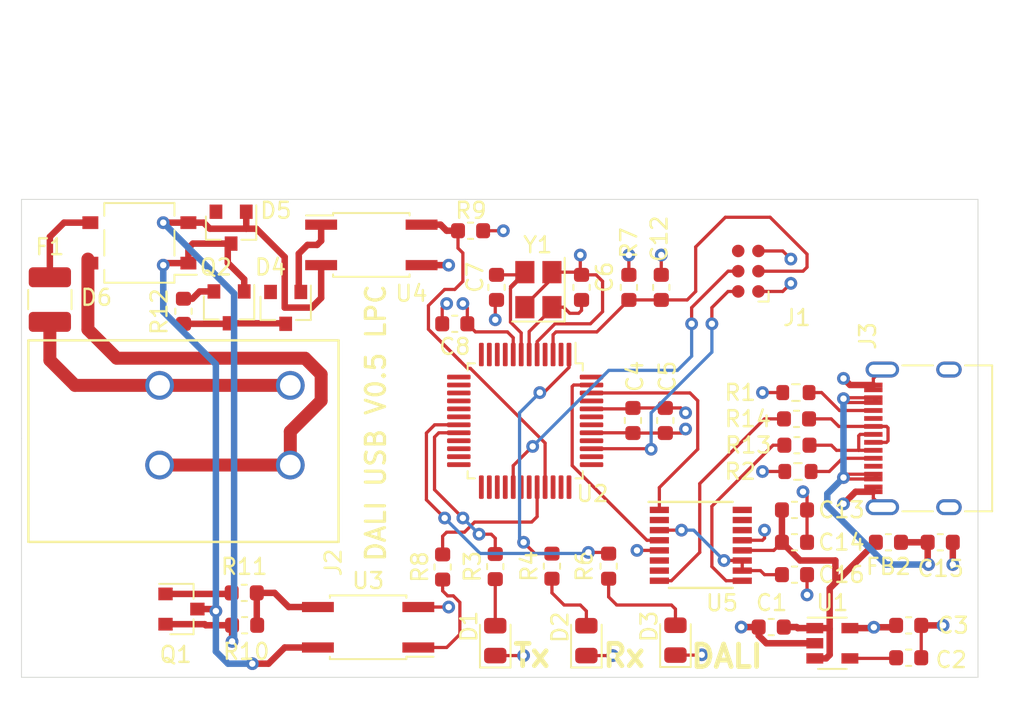
<source format=kicad_pcb>
(kicad_pcb (version 20211014) (generator pcbnew)
  (layers (0 "F.Cu" signal) (1 "In1.Cu" power) (2 "In2.Cu" power) (31 "B.Cu" signal) (34 "B.Paste" user) (35 "F.Paste" user) (36 "B.SilkS" user "B.Silkscreen") (37 "F.SilkS" user "F.Silkscreen") (38 "B.Mask" user) (39 "F.Mask" user) (44 "Edge.Cuts" user))
  (net 0 "")
  (net 1 "+5V")
  (net 2 "GND")
  (net 3 "+3V3")
  (net 4 "\\RESET")
  (net 5 "Net-(C15-Pad1)")
  (net 6 "Net-(C16-Pad1)")
  (net 7 "Net-(D1-Pad2)")
  (net 8 "Net-(D5-Pad2)")
  (net 9 "Net-(D5-Pad1)")
  (net 10 "Net-(F1-Pad2)")
  (net 11 "Net-(R4-Pad1)")
  (net 12 "SWCLK")
  (net 13 "SWDIO")
  (net 14 "Net-(Q1-Pad1)")
  (net 15 "Net-(Q2-Pad2)")
  (net 16 "OSC_IN")
  (net 17 "OSC_OUT")
  (net 18 "DALI_TX")
  (net 19 "DALI_RX")
  (net 20 "Net-(R6-Pad1)")
  (net 21 "UART_RX")
  (net 22 "UART_TX")
  (net 24 "Net-(J3-PadA5)")
  (net 25 "Net-(R14-Pad2)")
  (net 26 "Net-(R13-Pad2)")
  (net 28 "LED_RX")
  (net 29 "LED_TX")
  (net 30 "LED_DALI")
  (net 31 "Net-(J3-PadB5)")
  (net 32 "Net-(C2-Pad1)")
  (net 33 "Net-(D4-Pad1)")
  (net 34 "Net-(D4-Pad2)")
  (net 35 "Net-(D6-Pad4)")
  (net 36 "Net-(D6-Pad3)")
  (net 37 "Net-(R8-Pad1)")
  (net 38 "Net-(R10-Pad1)")
  (net 40 "Net-(U5-Pad9)")
  (net 41 "Net-(U5-Pad8)")
  (footprint "Capacitor_SMD:C_0603_1608Metric" (layer "F.Cu") (at 145.2119 86.902193)
    (fp_text reference "C2")
    (fp_text value "10n")
  )
  (footprint "Capacitor_SMD:C_0603_1608Metric" (layer "F.Cu") (at 145.2119 84.870193)
    (fp_text reference "C3")
    (fp_text value "100n")
  )
  (footprint "Capacitor_SMD:C_0603_1608Metric" (layer "F.Cu") (at 129.9464 72.0089 -90)
    (fp_text reference "C5")
    (fp_text value "100n")
  )
  (footprint "Capacitor_SMD:C_0603_1608Metric" (layer "F.Cu") (at 124.6904 63.6524 90)
    (fp_text reference "C6")
    (fp_text value "18p")
  )
  (footprint "Capacitor_SMD:C_0603_1608Metric" (layer "F.Cu") (at 119.3564 63.6524 -90)
    (fp_text reference "C7")
    (fp_text value "18p")
  )
  (footprint "Capacitor_SMD:C_0603_1608Metric" (layer "F.Cu") (at 116.7384 65.9384 180)
    (fp_text reference "C8")
    (fp_text value "100n")
  )
  (footprint "Capacitor_SMD:C_0603_1608Metric" (layer "F.Cu") (at 129.6924 63.6524 90)
    (fp_text reference "C12")
    (fp_text value "100n")
  )
  (footprint "Capacitor_SMD:C_0603_1608Metric" (layer "F.Cu") (at 138.0489 77.6224)
    (fp_text reference "C13")
    (fp_text value "100n")
  )
  (footprint "Capacitor_SMD:C_0603_1608Metric" (layer "F.Cu") (at 138.0489 79.6544)
    (fp_text reference "C14")
    (fp_text value "4.7u")
  )
  (footprint "Capacitor_SMD:C_0603_1608Metric" (layer "F.Cu") (at 147.1929 79.6544)
    (fp_text reference "C15")
    (fp_text value "10n")
  )
  (footprint "Diode_SMD:D_SOT-23_ANK" (layer "F.Cu") (at 102.7074 59.9034 -90)
    (fp_text reference "D5")
    (fp_text value "BZX84C30")
  )
  (footprint "Package_TO_SOT_SMD:TO-269AA" (layer "F.Cu") (at 96.9534 60.8584 180)
    (fp_text reference "D6")
    (fp_text value "MB10S")
  )
  (footprint "Resistor_SMD:R_0603_1608Metric" (layer "F.Cu") (at 143.9419 79.6544)
    (fp_text reference "FB2")
    (fp_text value "300R @ 100 MHz")
  )
  (footprint "Resistor_SMD:R_0603_1608Metric" (layer "F.Cu") (at 119.2784 81.1784 90)
    (fp_text reference "R3")
    (fp_text value "120R")
  )
  (footprint "Resistor_SMD:R_0603_1608Metric" (layer "F.Cu") (at 122.8344 81.1529 90)
    (fp_text reference "R4")
    (fp_text value "120R")
  )
  (footprint "Resistor_SMD:R_0603_1608Metric" (layer "F.Cu") (at 117.7289 60.0964 180)
    (fp_text reference "R9")
    (fp_text value "5k1")
  )
  (footprint "Resistor_SMD:R_0603_1608Metric" (layer "F.Cu") (at 99.7204 65.1509 -90)
    (fp_text reference "R12")
    (fp_text value "1k")
  )
  (footprint "Resistor_SMD:R_0603_1608Metric" (layer "F.Cu") (at 138.2014 73.5584)
    (fp_text reference "R13")
    (fp_text value "27R")
  )
  (footprint "Resistor_SMD:R_0603_1608Metric" (layer "F.Cu") (at 138.1759 71.9074)
    (fp_text reference "R14")
    (fp_text value "27R")
  )
  (footprint "Package_TO_SOT_SMD:SOT-23-5" (layer "F.Cu") (at 140.424244 85.992355)
    (fp_text reference "U1")
    (fp_text value "LD3985")
  )
  (footprint "Package_SO:SO-4_4.4x3.6mm_P2.54mm" (layer "F.Cu") (at 111.5064 60.9854)
    (fp_text reference "U4")
    (fp_text value "LTV-357T")
  )
  (footprint "Package_SO:SSOP-16_3.9x4.9mm_P0.635mm" (layer "F.Cu") (at 132.1724 79.8449)
    (fp_text reference "U5")
    (fp_text value "FT230XS")
  )
  (footprint "Fuse:Fuse_1210_3225Metric" (layer "F.Cu") (at 91.3384 64.4174 -90)
    (fp_text reference "F1")
    (fp_text value "300mA")
  )
  (footprint "Package_TO_SOT_SMD:SOT-23" (layer "F.Cu") (at 102.5804 64.9064 -90)
    (fp_text reference "Q2")
    (fp_text value "MMBF4391")
  )
  (footprint "MountingHole:MountingHole_3.5mm" (layer "F.Cu") (at 93.5604 84.1304)
    (fp_text reference "H1" hide)
    (fp_text value "3.5")
  )
  (footprint "MountingHole:MountingHole_3.5mm" (layer "F.Cu") (at 145.5604 62.1304)
    (fp_text reference "H2" hide)
    (fp_text value "3.5")
  )
  (footprint "Connector:Tag-Connect_TC2030-IDC-NL_2x03_P1.27mm_Vertical" (layer "F.Cu") (at 135.1534 62.6364 90)
    (fp_text reference "J1")
    (fp_text value "Tag_Connect" hide)
  )
  (footprint "Resistor_SMD:R_0603_1608Metric" (layer "F.Cu") (at 126.3904 81.1529 90)
    (fp_text reference "R6")
    (fp_text value "120R")
  )
  (footprint "Resistor_SMD:R_0603_1608Metric" (layer "F.Cu") (at 127.6604 63.6524 -90)
    (fp_text reference "R7")
    (fp_text value "10k")
  )
  (footprint "Capacitor_SMD:C_0603_1608Metric" (layer "F.Cu") (at 138.0489 81.6864)
    (fp_text reference "C16")
    (fp_text value "100n")
  )
  (footprint "Capacitor_SMD:C_0603_1608Metric" (layer "F.Cu") (at 136.588744 84.976355 180)
    (fp_text reference "C1")
    (fp_text value "100n")
  )
  (footprint "Capacitor_SMD:C_0603_1608Metric" (layer "F.Cu") (at 127.9144 72.0089 -90)
    (fp_text reference "C4")
    (fp_text value "4.7u")
  )
  (footprint "Diode_SMD:D_SOT-23_ANK" (layer "F.Cu") (at 106.1314 64.9384 -90)
    (fp_text reference "D4")
    (fp_text value "BZX84C6V8")
  )
  (footprint "Resistor_SMD:R_0603_1608Metric" (layer "F.Cu") (at 115.9764 81.2039 90)
    (fp_text reference "R8")
    (fp_text value "220R")
  )
  (footprint "Package_SO:SO-4_4.4x3.6mm_P2.54mm" (layer "F.Cu") (at 111.3024 84.9884 180)
    (fp_text reference "U3")
    (fp_text value "LTV-357T")
  )
  (footprint "DALI_USB V0:2604-1102" (layer "F.Cu") (at 106.4216 69.804403 -90)
    (fp_text reference "J2")
    (fp_text value "2604-1102" hide)
  )
  (footprint "Package_TO_SOT_SMD:SOT-23" (layer "F.Cu") (at 99.5934 83.8454)
    (fp_text reference "Q1")
    (fp_text value "MMBT2222A")
  )
  (footprint "Resistor_SMD:R_0603_1608Metric" (layer "F.Cu") (at 103.5559 84.8614 180)
    (fp_text reference "R10")
    (fp_text value "1k")
  )
  (footprint "Resistor_SMD:R_0603_1608Metric" (layer "F.Cu") (at 103.5304 82.8294)
    (fp_text reference "R11")
    (fp_text value "10R")
  )
  (footprint "Crystal:Crystal_SMD_TXC_7M-4Pin_3.2x2.5mm" (layer "F.Cu") (at 121.9844 63.7969 90)
    (fp_text reference "Y1")
    (fp_text value "12MHz")
  )
  (footprint "LED_SMD:LED_0805_2012Metric" (layer "F.Cu") (at 124.9934 85.8289 90)
    (fp_text reference "D2")
    (fp_text value "LED green")
  )
  (footprint "LED_SMD:LED_0805_2012Metric" (layer "F.Cu") (at 119.2784 85.8289 90)
    (fp_text reference "D1")
    (fp_text value "LED green")
  )
  (footprint "Package_QFP:LQFP-48_7x7mm_P0.5mm" (layer "F.Cu") (at 121.1549 72.0304 -90)
    (fp_text reference "U2")
    (fp_text value "LPC1114FBD48-333")
  )
  (footprint "Connector_USB:USB_C_Receptacle_XKB_U262-16XN-4BVC11" (layer "F.Cu") (at 146.6654 73.1304 90)
    (fp_text reference "J3")
    (fp_text value "USB_C_Receptacle_USB2.0")
  )
  (footprint "LED_SMD:LED_0805_2012Metric" (layer "F.Cu") (at 130.5814 85.7989 90)
    (fp_text reference "D3")
    (fp_text value "LED green")
  )
  (footprint "Resistor_SMD:R_0603_1608Metric" (layer "F.Cu") (at 138.2654 75.2094 180)
    (fp_text reference "R2")
    (fp_text value "5k1")
  )
  (footprint "Resistor_SMD:R_0603_1608Metric" (layer "F.Cu") (at 138.1384 70.2564)
    (fp_text reference "R1")
    (fp_text value "5k1")
  )
  (gr_line (start 89.5604 88.1304) (end 149.5604 88.1304) (layer "Edge.Cuts") (width 0.05))
  (gr_line (start 89.5604 73.1304) (end 89.5604 58.1304) (layer "Edge.Cuts") (width 0.05))
  (gr_line (start 89.5604 58.1304) (end 149.5604 58.1304) (layer "Edge.Cuts") (width 0.05))
  (gr_line (start 149.5604 58.1304) (end 149.5604 88.1304) (layer "Edge.Cuts") (width 0.05))
  (gr_line (start 89.5604 73.1304) (end 89.5604 88.1304) (layer "Edge.Cuts") (width 0.05))
  (gr_text "Tx" (at 121.5644 86.7664) (layer "F.SilkS") (effects (font (size 1.4 1.4) (thickness 0.3))))
  (gr_text "DALI USB V0.5 LPC" (at 111.7854 72.1614 90) (layer "F.SilkS") (effects (font (size 1.2 1.2) (thickness 0.2))))
  (gr_text "DALI" (at 133.8072 86.8172) (layer "F.SilkS") (effects (font (size 1.4 1.4) (thickness 0.3))))
  (gr_text "Rx" (at 127.3556 86.7664) (layer "F.SilkS") (effects (font (size 1.4 1.4) (thickness 0.3))))
  (segment (start 140.207465 85.042355) (end 140.256955 85.091845) (width 0.4064) (layer "F.Cu") (net 1))
  (segment (start 134.7724 80.1624) (end 136.7534 80.1624) (width 0.2032) (layer "F.Cu") (net 1))
  (segment (start 138.189355 84.976355) (end 138.255355 85.042355) (width 0.4064) (layer "F.Cu") (net 1))
  (segment (start 140.256955 85.091845) (end 140.256955 86.720066) (width 0.4064) (layer "F.Cu") (net 1))
  (segment (start 140.034666 86.942355) (end 139.324244 86.942355) (width 0.4064) (layer "F.Cu") (net 1))
  (segment (start 137.376244 84.976355) (end 138.189355 84.976355) (width 0.4064) (layer "F.Cu") (net 1))
  (segment (start 137.2614 77.6224) (end 137.2614 79.6544) (width 0.4064) (layer "F.Cu") (net 1))
  (segment (start 140.256955 82.551845) (end 143.1544 79.6544) (width 0.4064) (layer "F.Cu") (net 1))
  (segment (start 140.256955 82.551845) (end 140.256955 85.091845) (width 0.4064) (layer "F.Cu") (net 1))
  (segment (start 138.255355 85.042355) (end 139.324244 85.042355) (width 0.4064) (layer "F.Cu") (net 1))
  (segment (start 137.2614 79.6544) (end 138.4044 80.7974) (width 0.4064) (layer "F.Cu") (net 1))
  (segment (start 136.7534 80.1624) (end 137.2614 79.6544) (width 0.2032) (layer "F.Cu") (net 1))
  (segment (start 139.324244 85.042355) (end 140.207465 85.042355) (width 0.4064) (layer "F.Cu") (net 1))
  (segment (start 138.4044 80.7974) (end 140.6144 80.7974) (width 0.4064) (layer "F.Cu") (net 1))
  (segment (start 140.6144 80.7974) (end 140.6144 82.1944) (width 0.4064) (layer "F.Cu") (net 1))
  (segment (start 140.256955 86.720066) (end 140.034666 86.942355) (width 0.4064) (layer "F.Cu") (net 1))
  (segment (start 121.1344 64.7969) (end 122.8344 63.0969) (width 0.2032) (layer "F.Cu") (net 2))
  (segment (start 138.8364 81.6864) (end 138.8364 82.9564) (width 0.2032) (layer "F.Cu") (net 2))
  (segment (start 126.0094 63.2714) (end 125.6029 62.8649) (width 0.2032) (layer "F.Cu") (net 2))
  (segment (start 135.7884 61.3664) (end 137.3124 61.3664) (width 0.2032) (layer "F.Cu") (net 2))
  (segment (start 119.2784 65.6844) (end 119.2784 64.5179) (width 0.2032) (layer "F.Cu") (net 2))
  (segment (start 125.6029 62.8649) (end 124.6904 62.8649) (width 0.2032) (layer "F.Cu") (net 2))
  (segment (start 135.801244 84.976355) (end 134.709244 84.976355) (width 0.4064) (layer "F.Cu") (net 2))
  (segment (start 116.2304 64.6684) (end 115.9509 64.9479) (width 0.2032) (layer "F.Cu") (net 2))
  (segment (start 121.9049 67.8679) (end 121.9049 67.060368) (width 0.2032) (layer "F.Cu") (net 2))
  (segment (start 115.9509 64.9479) (end 115.9509 65.9384) (width 0.2032) (layer "F.Cu") (net 2))
  (segment (start 129.9464 72.7964) (end 130.9624 72.7964) (width 0.2032) (layer "F.Cu") (net 2))
  (segment (start 142.9954 76.4804) (end 141.8834 76.4804) (width 0.4064) (layer "F.Cu") (net 2))
  (segment (start 145.9994 84.870193) (end 147.3709 84.870193) (width 0.4064) (layer "F.Cu") (net 2))
  (segment (start 136.0424 79.5274) (end 136.1694 79.4004) (width 0.2032) (layer "F.Cu") (net 2))
  (segment (start 128.1684 80.1624) (end 129.5724 80.1624) (width 0.2032) (layer "F.Cu") (net 2))
  (segment (start 129.6924 61.6204) (end 129.6924 62.8649) (width 0.2032) (layer "F.Cu") (net 2))
  (segment (start 121.9049 67.060368) (end 123.026868 65.9384) (width 0.2032) (layer "F.Cu") (net 2))
  (segment (start 134.7724 79.5274) (end 136.0424 79.5274) (width 0.2032) (layer "F.Cu") (net 2))
  (segment (start 126.0094 65.1764) (end 126.0094 63.2714) (width 0.2032) (layer "F.Cu") (net 2))
  (segment (start 147.9804 79.6544) (end 147.9804 81.0514) (width 0.4064) (layer "F.Cu") (net 2))
  (segment (start 141.8834 76.4804) (end 141.1224 77.2414) (width 0.4064) (layer "F.Cu") (net 2))
  (segment (start 130.9624 72.7964) (end 131.2164 72.5424) (width 0.2032) (layer "F.Cu") (net 2))
  (segment (start 125.2474 65.9384) (end 126.0094 65.1764) (width 0.2032) (layer "F.Cu") (net 2))
  (segment (start 125.3174 72.7804) (end 127.8984 72.7804) (width 0.2032) (layer "F.Cu") (net 2))
  (segment (start 135.801244 85.509244) (end 135.801244 84.976355) (width 0.4064) (layer "F.Cu") (net 2))
  (segment (start 121.1344 64.8969) (end 121.1344 64.7969) (width 0.2032) (layer "F.Cu") (net 2))
  (segment (start 114.4524 83.7184) (end 116.3574 83.7184) (width 0.2032) (layer "F.Cu") (net 2))
  (segment (start 141.5354 69.7804) (end 141.1224 69.3674) (width 0.4064) (layer "F.Cu") (net 2))
  (segment (start 124.6124 61.6204) (end 124.6124 62.7869) (width 0.2032) (layer "F.Cu") (net 2))
  (segment (start 124.9934 86.7664) (end 126.6444 86.7664) (width 0.2032) (layer "F.Cu") (net 2))
  (segment (start 122.8344 62.6969) (end 124.5224 62.6969) (width 0.2032) (layer "F.Cu") (net 2))
  (segment (start 136.1694 79.4004) (end 136.1694 78.8924) (width 0.2032) (layer "F.Cu") (net 2))
  (segment (start 137.3124 61.3664) (end 137.8204 61.8744) (width 0.2032) (layer "F.Cu") (net 2))
  (segment (start 138.8364 79.6544) (end 138.8364 77.6224) (width 0.2032) (layer "F.Cu") (net 2))
  (segment (start 119.2784 64.5179) (end 119.3564 64.4399) (width 0.2032) (layer "F.Cu") (net 2))
  (segment (start 132.2116 86.7364) (end 132.2324 86.7156) (width 0.2032) (layer "F.Cu") (net 2))
  (segment (start 137.3134 70.2564) (end 136.0424 70.2564) (width 0.2032) (layer "F.Cu") (net 2))
  (segment (start 136.284355 85.992355) (end 135.801244 85.509244) (width 0.4064) (layer "F.Cu") (net 2))
  (segment (start 137.4404 75.2094) (end 136.0424 75.2094) (width 0.2032) (layer "F.Cu") (net 2))
  (segment (start 138.8364 77.6224) (end 138.8364 76.7334) (width 0.2032) (layer "F.Cu") (net 2))
  (segment (start 142.9954 69.3754) (end 143.5604 68.8104) (width 0.2032) (layer "F.Cu") (net 2))
  (segment (start 124.5224 62.6969) (end 124.6904 62.8649) (width 0.2032) (layer "F.Cu") (net 2))
  (segment (start 130.5814 86.7364) (end 132.2116 86.7364) (width 0.2032) (layer "F.Cu") (net 2))
  (segment (start 121.0564 86.7664) (end 119.2784 86.7664) (width 0.2032) (layer "F.Cu") (net 2))
  (segment (start 123.026868 65.9384) (end 125.2474 65.9384) (width 0.2032) (layer "F.Cu") (net 2))
  (segment (start 145.9994 84.870193) (end 145.9994 86.902193) (width 0.2032) (layer "F.Cu") (net 2))
  (segment (start 142.9954 76.8854) (end 143.5604 77.4504) (width 0.2032) (layer "F.Cu") (net 2))
  (segment (start 138.8364 76.7334) (end 138.5824 76.4794) (width 0.2032) (layer "F.Cu") (net 2))
  (segment (start 142.9954 76.4804) (end 142.9954 76.8854) (width 0.2032) (layer "F.Cu") (net 2))
  (segment (start 127.8984 72.7804) (end 127.9144 72.7964) (width 0.2032) (layer "F.Cu") (net 2))
  (segment (start 127.9144 72.7964) (end 129.9464 72.7964) (width 0.2032) (layer "F.Cu") (net 2))
  (segment (start 114.6564 62.2554) (end 116.3574 62.2554) (width 0.4064) (layer "F.Cu") (net 2))
  (segment (start 122.8344 63.0969) (end 122.8344 62.6969) (width 0.2032) (layer "F.Cu") (net 2))
  (segment (start 139.324244 85.992355) (end 136.284355 85.992355) (width 0.4064) (layer "F.Cu") (net 2))
  (segment (start 142.9954 69.7804) (end 141.5354 69.7804) (width 0.4064) (layer "F.Cu") (net 2))
  (segment (start 142.9954 69.7804) (end 142.9954 69.3754) (width 0.2032) (layer "F.Cu") (net 2))
  (via (at 134.709244 84.976355) (size 0.8) (drill 0.4) (layers "F.Cu" "B.Cu") (net 2))
  (via (at 138.5824 76.4794) (size 0.8) (drill 0.4) (layers "F.Cu" "B.Cu") (net 2))
  (via (at 147.9804 81.0514) (size 0.8) (drill 0.4) (layers "F.Cu" "B.Cu") (net 2))
  (via (at 116.3574 62.2554) (size 0.8) (drill 0.4) (layers "F.Cu" "B.Cu") (net 2))
  (via (at 136.1694 78.8924) (size 0.8) (drill 0.4) (layers "F.Cu" "B.Cu") (net 2))
  (via (at 121.0564 86.7664) (size 0.8) (drill 0.4) (layers "F.Cu" "B.Cu") (net 2))
  (via (at 131.2164 72.5424) (size 0.8) (drill 0.4) (layers "F.Cu" "B.Cu") (net 2))
  (via (at 116.2304 64.6684) (size 0.8) (drill 0.4) (layers "F.Cu" "B.Cu") (net 2))
  (via (at 119.2784 65.6844) (size 0.8) (drill 0.4) (layers "F.Cu" "B.Cu") (net 2))
  (via (at 141.1224 77.2414) (size 0.8) (drill 0.4) (layers "F.Cu" "B.Cu") (net 2))
  (via (at 136.0424 70.2564) (size 0.8) (drill 0.4) (layers "F.Cu" "B.Cu") (net 2))
  (via (at 137.8204 61.8744) (size 0.8) (drill 0.4) (layers "F.Cu" "B.Cu") (net 2))
  (via (at 136.0424 75.2094) (size 0.8) (drill 0.4) (layers "F.Cu" "B.Cu") (net 2))
  (via (at 126.6444 86.7664) (size 0.8) (drill 0.4) (layers "F.Cu" "B.Cu") (net 2))
  (via (at 132.2324 86.7156) (size 0.8) (drill 0.4) (layers "F.Cu" "B.Cu") (net 2))
  (via (at 138.8364 82.9564) (size 0.8) (drill 0.4) (layers "F.Cu" "B.Cu") (net 2))
  (via (at 124.6124 61.6204) (size 0.8) (drill 0.4) (layers "F.Cu" "B.Cu") (net 2))
  (via (at 129.6924 61.6204) (size 0.8) (drill 0.4) (layers "F.Cu" "B.Cu") (net 2))
  (via (at 128.1684 80.1624) (size 0.8) (drill 0.4) (layers "F.Cu" "B.Cu") (net 2))
  (via (at 116.3574 83.7184) (size 0.8) (drill 0.4) (layers "F.Cu" "B.Cu") (net 2))
  (via (at 147.3709 84.870193) (size 0.8) (drill 0.4) (layers "F.Cu" "B.Cu") (net 2))
  (via (at 141.1224 69.3674) (size 0.8) (drill 0.4) (layers "F.Cu" "B.Cu") (net 2))
  (segment (start 142.973445 85.042355) (end 143.0274 84.9884) (width 0.4064) (layer "F.Cu") (net 3))
  (segment (start 125.3174 71.2804) (end 127.8554 71.2804) (width 0.2032) (layer "F.Cu") (net 3))
  (segment (start 127.6604 61.6204) (end 127.6604 62.8649) (width 0.2032) (layer "F.Cu") (net 3))
  (segment (start 120.4049 66.8109) (end 120.0404 66.4464) (width 0.2032) (layer "F.Cu") (net 3))
  (segment (start 117.5259 64.9479) (end 117.5259 65.9384) (width 0.2032) (layer "F.Cu") (net 3))
  (segment (start 144.306193 84.9884) (end 144.4244 84.870193) (width 0.4064) (layer "F.Cu") (net 3))
  (segment (start 120.4049 67.8679) (end 120.4049 66.8109) (width 0.2032) (layer "F.Cu") (net 3))
  (segment (start 118.5164 60.0964) (end 119.7864 60.0964) (width 0.2032) (layer "F.Cu") (net 3))
  (segment (start 143.0274 84.9884) (end 144.306193 84.9884) (width 0.4064) (layer "F.Cu") (net 3))
  (segment (start 118.0339 66.4464) (end 117.5259 65.9384) (width 0.2032) (layer "F.Cu") (net 3))
  (segment (start 120.0404 66.4464) (end 118.0339 66.4464) (width 0.2032) (layer "F.Cu") (net 3))
  (segment (start 130.9114 71.2214) (end 131.2164 71.5264) (width 0.2032) (layer "F.Cu") (net 3))
  (segment (start 129.9464 71.2214) (end 130.9114 71.2214) (width 0.2032) (layer "F.Cu") (net 3))
  (segment (start 127.9144 71.2214) (end 129.9464 71.2214) (width 0.2032) (layer "F.Cu") (net 3))
  (segment (start 117.2464 64.6684) (end 117.5259 64.9479) (width 0.2032) (layer "F.Cu") (net 3))
  (segment (start 135.7884 63.9064) (end 137.3124 63.9064) (width 0.2032) (layer "F.Cu") (net 3))
  (segment (start 127.8554 71.2804) (end 127.9144 71.2214) (width 0.2032) (layer "F.Cu") (net 3))
  (segment (start 141.524244 85.042355) (end 142.973445 85.042355) (width 0.4064) (layer "F.Cu") (net 3))
  (segment (start 137.3124 63.9064) (end 137.8204 63.3984) (width 0.2032) (layer "F.Cu") (net 3))
  (via (at 131.2164 71.5264) (size 0.8) (drill 0.4) (layers "F.Cu" "B.Cu") (net 3))
  (via (at 127.6604 61.6204) (size 0.8) (drill 0.4) (layers "F.Cu" "B.Cu") (net 3))
  (via (at 117.2464 64.6684) (size 0.8) (drill 0.4) (layers "F.Cu" "B.Cu") (net 3))
  (via (at 119.7864 60.0964) (size 0.8) (drill 0.4) (layers "F.Cu" "B.Cu") (net 3))
  (via (at 137.8204 63.3984) (size 0.8) (drill 0.4) (layers "F.Cu" "B.Cu") (net 3))
  (via (at 143.0274 84.9884) (size 0.8) (drill 0.4) (layers "F.Cu" "B.Cu") (net 3))
  (segment (start 122.9049 67.8679) (end 122.9049 66.6299) (width 0.2032) (layer "F.Cu") (net 4))
  (segment (start 131.8514 63.9064) (end 131.3179 64.4399) (width 0.2032) (layer "F.Cu") (net 4))
  (segment (start 127.6604 64.4399) (end 129.6924 64.4399) (width 0.2032) (layer "F.Cu") (net 4))
  (segment (start 138.8364 61.566379) (end 136.52 59.249979) (width 0.2032) (layer "F.Cu") (net 4))
  (segment (start 138.5824 62.6364) (end 138.8364 62.3824) (width 0.2032) (layer "F.Cu") (net 4))
  (segment (start 131.3179 64.4399) (end 129.6924 64.4399) (width 0.2032) (layer "F.Cu") (net 4))
  (segment (start 123.0884 66.4464) (end 125.6539 66.4464) (width 0.2032) (layer "F.Cu") (net 4))
  (segment (start 138.8364 62.3824) (end 138.8364 61.566379) (width 0.2032) (layer "F.Cu") (net 4))
  (segment (start 125.6539 66.4464) (end 127.6604 64.4399) (width 0.2032) (layer "F.Cu") (net 4))
  (segment (start 131.8514 61.1124) (end 131.8514 63.9064) (width 0.2032) (layer "F.Cu") (net 4))
  (segment (start 135.7884 62.6364) (end 138.5824 62.6364) (width 0.2032) (layer "F.Cu") (net 4))
  (segment (start 133.713821 59.249979) (end 131.8514 61.1124) (width 0.2032) (layer "F.Cu") (net 4))
  (segment (start 122.9049 66.6299) (end 123.0884 66.4464) (width 0.2032) (layer "F.Cu") (net 4))
  (segment (start 136.52 59.249979) (end 133.713821 59.249979) (width 0.2032) (layer "F.Cu") (net 4))
  (segment (start 142.9954 75.6804) (end 143.331521 75.344279) (width 0.2032) (layer "F.Cu") (net 5))
  (segment (start 142.9954 70.8804) (end 141.3654 70.8804) (width 0.2032) (layer "F.Cu") (net 5))
  (segment (start 142.9954 70.5804) (end 141.1794 70.5804) (width 0.2032) (layer "F.Cu") (net 5))
  (segment (start 146.4054 81.0004) (end 146.4564 81.0514) (width 0.4064) (layer "F.Cu") (net 5))
  (segment (start 142.9954 75.3804) (end 141.3324 75.3804) (width 0.2032) (layer "F.Cu") (net 5))
  (segment (start 141.2124 75.6804) (end 141.1224 75.5904) (width 0.2032) (layer "F.Cu") (net 5))
  (segment (start 146.4054 79.6544) (end 146.4054 81.0004) (width 0.4064) (layer "F.Cu") (net 5))
  (segment (start 146.4054 79.6544) (end 144.7294 79.6544) (width 0.4064) (layer "F.Cu") (net 5))
  (segment (start 142.9954 70.5804) (end 143.331521 70.916521) (width 0.2032) (layer "F.Cu") (net 5))
  (segment (start 141.3324 75.3804) (end 141.1224 75.5904) (width 0.2032) (layer "F.Cu") (net 5))
  (segment (start 141.1794 70.5804) (end 141.1224 70.6374) (width 0.2032) (layer "F.Cu") (net 5))
  (segment (start 141.3654 70.8804) (end 141.1224 70.6374) (width 0.2032) (layer "F.Cu") (net 5))
  (segment (start 142.9954 75.6804) (end 141.2124 75.6804) (width 0.2032) (layer "F.Cu") (net 5))
  (via (at 141.1224 75.5904) (size 0.8) (drill 0.4) (layers "F.Cu" "B.Cu") (net 5))
  (via (at 146.4564 81.0514) (size 0.8) (drill 0.4) (layers "F.Cu" "B.Cu") (net 5))
  (via (at 141.1224 70.6374) (size 0.8) (drill 0.4) (layers "F.Cu" "B.Cu") (net 5))
  (segment (start 141.1224 75.5904) (end 140.1064 76.6064) (width 0.4064) (layer "B.Cu") (net 5))
  (segment (start 143.797194 81.0514) (end 146.4564 81.0514) (width 0.4064) (layer "B.Cu") (net 5))
  (segment (start 141.1224 70.6374) (end 141.1224 75.5904) (width 0.4064) (layer "B.Cu") (net 5))
  (segment (start 140.1064 76.6064) (end 140.1064 77.360606) (width 0.4064) (layer "B.Cu") (net 5))
  (segment (start 140.1064 77.360606) (end 143.797194 81.0514) (width 0.4064) (layer "B.Cu") (net 5))
  (segment (start 129.5724 78.8924) (end 130.9624 78.8924) (width 0.2032) (layer "F.Cu") (net 6))
  (segment (start 135.9154 81.4324) (end 136.1694 81.6864) (width 0.2032) (layer "F.Cu") (net 6))
  (segment (start 134.7724 81.4324) (end 135.9154 81.4324) (width 0.2032) (layer "F.Cu") (net 6))
  (segment (start 133.6294 80.7974) (end 134.7724 80.7974) (width 0.2032) (layer "F.Cu") (net 6))
  (segment (start 134.7724 81.4324) (end 134.7724 80.7974) (width 0.2032) (layer "F.Cu") (net 6))
  (segment (start 136.1694 81.6864) (end 137.2614 81.6864) (width 0.2032) (layer "F.Cu") (net 6))
  (via (at 133.6294 80.7974) (size 0.8) (drill 0.4) (layers "F.Cu" "B.Cu") (net 6))
  (via (at 130.9624 78.8924) (size 0.8) (drill 0.4) (layers "F.Cu" "B.Cu") (net 6))
  (segment (start 131.7244 78.8924) (end 133.6294 80.7974) (width 0.2032) (layer "B.Cu") (net 6))
  (segment (start 130.9624 78.8924) (end 131.7244 78.8924) (width 0.2032) (layer "B.Cu") (net 6))
  (segment (start 119.2784 81.9659) (end 119.2784 84.8914) (width 0.2032) (layer "F.Cu") (net 7))
  (segment (start 101.3714 59.9694) (end 103.6574 59.9694) (width 0.4064) (layer "F.Cu") (net 8))
  (segment (start 100.0284 59.5884) (end 100.9904 59.5884) (width 0.4064) (layer "F.Cu") (net 8))
  (segment (start 106.0704 61.7474) (end 106.0704 64.9224) (width 0.4064) (layer "F.Cu") (net 8))
  (segment (start 101.0514 84.7954) (end 101.1174 84.8614) (width 0.4064) (layer "F.Cu") (net 8))
  (segment (start 102.7684 84.8614) (end 102.7684 85.8774) (width 0.4064) (layer "F.Cu") (net 8))
  (segment (start 108.3564 64.318822) (end 108.3564 62.2554) (width 0.4064) (layer "F.Cu") (net 8))
  (segment (start 101.1174 84.8614) (end 102.7684 84.8614) (width 0.4064) (layer "F.Cu") (net 8))
  (segment (start 98.5934 84.7954) (end 101.0514 84.7954) (width 0.4064) (layer "F.Cu") (net 8))
  (segment (start 100.9904 59.5884) (end 101.3714 59.9694) (width 0.4064) (layer "F.Cu") (net 8))
  (segment (start 103.6574 59.9694) (end 104.2924 59.9694) (width 0.4064) (layer "F.Cu") (net 8))
  (segment (start 107.752822 64.9224) (end 108.3564 64.318822) (width 0.4064) (layer "F.Cu") (net 8))
  (segment (start 103.6574 59.9694) (end 103.6574 58.9034) (width 0.4064) (layer "F.Cu") (net 8))
  (segment (start 104.2924 59.9694) (end 106.0704 61.7474) (width 0.4064) (layer "F.Cu") (net 8))
  (segment (start 100.0284 59.5884) (end 98.4504 59.5884) (width 0.4064) (layer "F.Cu") (net 8))
  (segment (start 106.0704 64.9224) (end 107.752822 64.9224) (width 0.4064) (layer "F.Cu") (net 8))
  (via (at 98.4504 59.5884) (size 0.8) (drill 0.4) (layers "F.Cu" "B.Cu") (net 8))
  (via (at 102.7684 85.8774) (size 0.8) (drill 0.4) (layers "F.Cu" "B.Cu") (net 8))
  (segment (start 98.4504 59.5884) (end 102.8954 64.0334) (width 0.4064) (layer "B.Cu") (net 8))
  (segment (start 102.8954 64.0334) (end 102.8954 85.7504) (width 0.4064) (layer "B.Cu") (net 8))
  (segment (start 102.8954 85.7504) (end 102.7684 85.8774) (width 0.4064) (layer "B.Cu") (net 8))
  (segment (start 101.6254 83.8454) (end 101.7524 83.9724) (width 0.4064) (layer "F.Cu") (net 9))
  (segment (start 100.0284 62.1284) (end 100.0284 61.1854) (width 0.4064) (layer "F.Cu") (net 9))
  (segment (start 100.0284 61.1854) (end 100.3104 60.9034) (width 0.4064) (layer "F.Cu") (net 9))
  (segment (start 100.0284 62.1284) (end 98.5774 62.1284) (width 0.4064) (layer "F.Cu") (net 9))
  (segment (start 105.0544 87.2744) (end 106.0704 86.2584) (width 0.4064) (layer "F.Cu") (net 9))
  (segment (start 106.0704 86.2584) (end 108.1524 86.2584) (width 0.4064) (layer "F.Cu") (net 9))
  (segment (start 102.4984 60.9034) (end 102.4984 62.1124) (width 0.4064) (layer "F.Cu") (net 9))
  (segment (start 103.5304 63.1444) (end 103.5304 63.9064) (width 0.4064) (layer "F.Cu") (net 9))
  (segment (start 100.3104 60.9034) (end 102.4984 60.9034) (width 0.4064) (layer "F.Cu") (net 9))
  (segment (start 98.5774 62.1284) (end 98.4504 62.2554) (width 0.4064) (layer "F.Cu") (net 9))
  (segment (start 104.0384 87.2744) (end 105.0544 87.2744) (width 0.4064) (layer "F.Cu") (net 9))
  (segment (start 102.4984 62.1124) (end 103.5304 63.1444) (width 0.4064) (layer "F.Cu") (net 9))
  (segment (start 100.5934 83.8454) (end 101.6254 83.8454) (width 0.4064) (layer "F.Cu") (net 9))
  (via (at 98.4504 62.2554) (size 0.8) (drill 0.4) (layers "F.Cu" "B.Cu") (net 9))
  (via (at 104.0384 87.2744) (size 0.8) (drill 0.4) (layers "F.Cu" "B.Cu") (net 9))
  (via (at 101.7524 83.9724) (size 0.8) (drill 0.4) (layers "F.Cu" "B.Cu") (net 9))
  (segment (start 102.5144 87.2744) (end 101.7524 86.5124) (width 0.4064) (layer "B.Cu") (net 9))
  (segment (start 101.7524 86.5124) (end 101.7524 83.9724) (width 0.4064) (layer "B.Cu") (net 9))
  (segment (start 98.4504 62.2554) (end 98.4504 65.1764) (width 0.4064) (layer "B.Cu") (net 9))
  (segment (start 101.7524 68.4784) (end 101.7524 83.9724) (width 0.4064) (layer "B.Cu") (net 9))
  (segment (start 104.0384 87.2744) (end 102.5144 87.2744) (width 0.4064) (layer "B.Cu") (net 9))
  (segment (start 98.4504 65.1764) (end 101.7524 68.4784) (width 0.4064) (layer "B.Cu") (net 9))
  (segment (start 92.918403 69.804403) (end 91.3384 68.2244) (width 0.8128) (layer "F.Cu") (net 10))
  (segment (start 106.4216 69.804403) (end 98.221601 69.804403) (width 0.8128) (layer "F.Cu") (net 10))
  (segment (start 91.3384 68.2244) (end 91.3384 65.8174) (width 0.8128) (layer "F.Cu") (net 10))
  (segment (start 98.221601 69.804403) (end 92.918403 69.804403) (width 0.8128) (layer "F.Cu") (net 10))
  (segment (start 123.5964 83.5914) (end 122.8344 82.8294) (width 0.2032) (layer "F.Cu") (net 11))
  (segment (start 124.6124 83.5914) (end 123.5964 83.5914) (width 0.2032) (layer "F.Cu") (net 11))
  (segment (start 122.8344 82.8294) (end 122.8344 81.9404) (width 0.2032) (layer "F.Cu") (net 11))
  (segment (start 124.9934 83.9724) (end 124.6124 83.5914) (width 0.2032) (layer "F.Cu") (net 11))
  (segment (start 124.9934 84.8914) (end 124.9934 83.9724) (width 0.2032) (layer "F.Cu") (net 11))
  (segment (start 121.4374 73.8124) (end 121.613654 73.636146) (width 0.2032) (layer "F.Cu") (net 12))
  (segment (start 131.5974 64.9224) (end 131.5974 65.9384) (width 0.2032) (layer "F.Cu") (net 12))
  (segment (start 133.8834 62.6364) (end 131.5974 64.9224) (width 0.2032) (layer "F.Cu") (net 12))
  (segment (start 121.613654 73.636146) (end 121.626054 73.636146) (width 0.2032) (layer "F.Cu") (net 12))
  (segment (start 134.5184 62.6364) (end 133.8834 62.6364) (width 0.2032) (layer "F.Cu") (net 12))
  (segment (start 120.4049 76.1929) (end 120.4049 74.8449) (width 0.2032) (layer "F.Cu") (net 12))
  (segment (start 120.4049 74.8449) (end 121.4374 73.8124) (width 0.2032) (layer "F.Cu") (net 12))
  (via (at 131.5974 65.9384) (size 0.8) (drill 0.4) (layers "F.Cu" "B.Cu") (net 12))
  (via (at 121.626054 73.636146) (size 0.8) (drill 0.4) (layers "F.Cu" "B.Cu") (net 12))
  (segment (start 131.5974 65.9384) (end 131.5974 67.9704) (width 0.2032) (layer "B.Cu") (net 12))
  (segment (start 131.5974 67.9704) (end 130.7084 68.8594) (width 0.2032) (layer "B.Cu") (net 12))
  (segment (start 130.7084 68.8594) (end 126.4028 68.8594) (width 0.2032) (layer "B.Cu") (net 12))
  (segment (start 126.4028 68.8594) (end 121.626054 73.636146) (width 0.2032) (layer "B.Cu") (net 12))
  (segment (start 134.5184 63.9064) (end 133.8834 63.9064) (width 0.2032) (layer "F.Cu") (net 13))
  (segment (start 128.7714 73.7804) (end 128.9304 73.9394) (width 0.2032) (layer "F.Cu") (net 13))
  (segment (start 128.9304 73.9394) (end 129.0574 73.8124) (width 0.2032) (layer "F.Cu") (net 13))
  (segment (start 125.3174 73.7804) (end 128.7714 73.7804) (width 0.2032) (layer "F.Cu") (net 13))
  (segment (start 132.8674 64.9224) (end 132.8674 65.9384) (width 0.2032) (layer "F.Cu") (net 13))
  (segment (start 133.8834 63.9064) (end 132.8674 64.9224) (width 0.2032) (layer "F.Cu") (net 13))
  (via (at 129.0574 73.8124) (size 0.8) (drill 0.4) (layers "F.Cu" "B.Cu") (net 13))
  (via (at 132.8674 65.9384) (size 0.8) (drill 0.4) (layers "F.Cu" "B.Cu") (net 13))
  (segment (start 132.8674 67.7164) (end 129.0574 71.5264) (width 0.2032) (layer "B.Cu") (net 13))
  (segment (start 132.8674 65.9384) (end 132.8674 67.7164) (width 0.2032) (layer "B.Cu") (net 13))
  (segment (start 129.0574 71.5264) (end 129.0574 73.8124) (width 0.2032) (layer "B.Cu") (net 13))
  (segment (start 98.5934 82.8954) (end 102.6769 82.8954) (width 0.4064) (layer "F.Cu") (net 14))
  (segment (start 102.6769 82.8954) (end 102.7429 82.8294) (width 0.4064) (layer "F.Cu") (net 14))
  (segment (start 100.7364 63.9064) (end 101.6304 63.9064) (width 0.4064) (layer "F.Cu") (net 15))
  (segment (start 100.2794 64.3634) (end 100.7364 63.9064) (width 0.4064) (layer "F.Cu") (net 15))
  (segment (start 99.7204 64.3634) (end 100.2794 64.3634) (width 0.4064) (layer "F.Cu") (net 15))
  (segment (start 123.952 65.278) (end 123.5709 64.8969) (width 0.2032) (layer "F.Cu") (net 16))
  (segment (start 123.5709 64.8969) (end 122.8344 64.8969) (width 0.2032) (layer "F.Cu") (net 16))
  (segment (start 122.8344 64.9969) (end 121.4049 66.4264) (width 0.2032) (layer "F.Cu") (net 16))
  (segment (start 121.4049 66.4264) (end 121.4049 67.8679) (width 0.2032) (layer "F.Cu") (net 16))
  (segment (start 124.5108 65.278) (end 123.952 65.278) (width 0.2032) (layer "F.Cu") (net 16))
  (segment (start 124.6904 64.4399) (end 124.6904 65.0984) (width 0.2032) (layer "F.Cu") (net 16))
  (segment (start 124.6904 65.0984) (end 124.5108 65.278) (width 0.2032) (layer "F.Cu") (net 16))
  (segment (start 122.8344 64.8969) (end 122.8344 64.9969) (width 0.2032) (layer "F.Cu") (net 16))
  (segment (start 121.1344 62.8124) (end 121.1344 62.6969) (width 0.2032) (layer "F.Cu") (net 17))
  (segment (start 119.3564 62.8649) (end 120.9664 62.8649) (width 0.2032) (layer "F.Cu") (net 17))
  (segment (start 120.233289 63.713511) (end 121.1344 62.8124) (width 0.2032) (layer "F.Cu") (net 17))
  (segment (start 120.233289 63.598011) (end 121.1344 62.6969) (width 0.2032) (layer "F.Cu") (net 17))
  (segment (start 120.233289 65.8369) (end 120.233289 63.713511) (width 0.2032) (layer "F.Cu") (net 17))
  (segment (start 120.9049 66.508511) (end 120.233289 65.8369) (width 0.2032) (layer "F.Cu") (net 17))
  (segment (start 120.9049 67.8679) (end 120.9049 66.508511) (width 0.2032) (layer "F.Cu") (net 17))
  (segment (start 117.348922 79.0194) (end 116.2304 79.0194) (width 0.2032) (layer "F.Cu") (net 18))
  (segment (start 116.2304 79.0194) (end 115.9764 79.2734) (width 0.2032) (layer "F.Cu") (net 18))
  (segment (start 121.9049 78.0439) (end 121.5644 78.3844) (width 0.2032) (layer "F.Cu") (net 18))
  (segment (start 121.5644 78.3844) (end 117.983922 78.3844) (width 0.2032) (layer "F.Cu") (net 18))
  (segment (start 121.9049 76.1929) (end 121.9049 78.0439) (width 0.2032) (layer "F.Cu") (net 18))
  (segment (start 115.9764 79.2734) (end 115.9764 80.4164) (width 0.2032) (layer "F.Cu") (net 18))
  (segment (start 117.983922 78.3844) (end 117.348922 79.0194) (width 0.2032) (layer "F.Cu") (net 18))
  (segment (start 117.2464 63.2714) (end 116.7384 63.7794) (width 0.2032) (layer "F.Cu") (net 19))
  (segment (start 115.0874 66.285108) (end 117.073046 68.270754) (width 0.2032) (layer "F.Cu") (net 19))
  (segment (start 116.9414 61.1884) (end 117.2464 61.4934) (width 0.2032) (layer "F.Cu") (net 19))
  (segment (start 115.21228 66.409987) (end 117.073046 68.270754) (width 0.2032) (layer "F.Cu") (net 19))
  (segment (start 122.4049 73.423486) (end 122.4049 76.1929) (width 0.2032) (layer "F.Cu") (net 19))
  (segment (start 117.073046 68.270754) (end 117.534693 68.7324) (width 0.2032) (layer "F.Cu") (net 19))
  (segment (start 115.8494 59.7154) (end 116.2304 60.0964) (width 0.4064) (layer "F.Cu") (net 19))
  (segment (start 117.2464 61.4934) (end 117.2464 63.2714) (width 0.2032) (layer "F.Cu") (net 19))
  (segment (start 116.7384 63.7794) (end 116.1034 63.7794) (width 0.2032) (layer "F.Cu") (net 19))
  (segment (start 116.9414 60.0964) (end 116.9414 61.1884) (width 0.2032) (layer "F.Cu") (net 19))
  (segment (start 114.6564 59.7154) (end 115.8494 59.7154) (width 0.4064) (layer "F.Cu") (net 19))
  (segment (start 116.2304 60.0964) (end 116.9414 60.0964) (width 0.4064) (layer "F.Cu") (net 19))
  (segment (start 115.0874 64.7954) (end 115.0874 66.285108) (width 0.2032) (layer "F.Cu") (net 19))
  (segment (start 116.1034 63.7794) (end 115.0874 64.7954) (width 0.2032) (layer "F.Cu") (net 19))
  (segment (start 117.713814 68.7324) (end 122.4049 73.423486) (width 0.2032) (layer "F.Cu") (net 19))
  (segment (start 117.534693 68.7324) (end 117.713814 68.7324) (width 0.2032) (layer "F.Cu") (net 19))
  (segment (start 126.8984 83.5914) (end 130.3274 83.5914) (width 0.2032) (layer "F.Cu") (net 20))
  (segment (start 130.3274 83.5914) (end 130.5814 83.8454) (width 0.2032) (layer "F.Cu") (net 20))
  (segment (start 126.3904 81.9404) (end 126.3904 83.0834) (width 0.2032) (layer "F.Cu") (net 20))
  (segment (start 130.5814 83.8454) (end 130.5814 84.8614) (width 0.2032) (layer "F.Cu") (net 20))
  (segment (start 126.3904 83.0834) (end 126.8984 83.5914) (width 0.2032) (layer "F.Cu") (net 20))
  (segment (start 131.4944 70.2804) (end 131.9784 70.7644) (width 0.2032) (layer "F.Cu") (net 21))
  (segment (start 125.3174 70.2804) (end 131.4944 70.2804) (width 0.2032) (layer "F.Cu") (net 21))
  (segment (start 129.5724 76.2184) (end 129.5724 77.6224) (width 0.2032) (layer "F.Cu") (net 21))
  (segment (start 131.9784 70.7644) (end 131.9784 73.8124) (width 0.2032) (layer "F.Cu") (net 21))
  (segment (start 131.9784 73.8124) (end 129.5724 76.2184) (width 0.2032) (layer "F.Cu") (net 21))
  (segment (start 128.794986 79.5274) (end 129.5724 79.5274) (width 0.2032) (layer "F.Cu") (net 22))
  (segment (start 124.1044 69.8754) (end 124.1044 74.836814) (width 0.2032) (layer "F.Cu") (net 22))
  (segment (start 124.1044 74.836814) (end 128.794986 79.5274) (width 0.2032) (layer "F.Cu") (net 22))
  (segment (start 124.1994 69.7804) (end 124.1044 69.8754) (width 0.2032) (layer "F.Cu") (net 22))
  (segment (start 125.3174 69.7804) (end 124.1994 69.7804) (width 0.2032) (layer "F.Cu") (net 22))
  (segment (start 141.0624 74.3804) (end 142.9954 74.3804) (width 0.2032) (layer "F.Cu") (net 24))
  (segment (start 140.2334 75.2094) (end 141.0624 74.3804) (width 0.2032) (layer "F.Cu") (net 24))
  (segment (start 139.0904 75.2094) (end 140.2334 75.2094) (width 0.2032) (layer "F.Cu") (net 24))
  (segment (start 142.9954 72.3804) (end 143.822622 72.3804) (width 0.2032) (layer "F.Cu") (net 25))
  (segment (start 141.0016 72.39) (end 141.0112 72.3804) (width 0.2032) (layer "F.Cu") (net 25))
  (segment (start 142.9954 72.3804) (end 141.0112 72.3804) (width 0.2032) (layer "F.Cu") (net 25))
  (segment (start 143.9164 73.286622) (end 143.822622 73.3804) (width 0.2032) (layer "F.Cu") (net 25))
  (segment (start 143.9164 72.474178) (end 143.9164 73.286622) (width 0.2032) (layer "F.Cu") (net 25))
  (segment (start 138.9634 71.9074) (end 140.3542 71.9074) (width 0.2032) (layer "F.Cu") (net 25))
  (segment (start 140.8272 72.3804) (end 141.0112 72.3804) (width 0.2032) (layer "F.Cu") (net 25))
  (segment (start 140.3542 71.9074) (end 140.8272 72.3804) (width 0.2032) (layer "F.Cu") (net 25))
  (segment (start 143.822622 72.3804) (end 143.9164 72.474178) (width 0.2032) (layer "F.Cu") (net 25))
  (segment (start 143.822622 73.3804) (end 142.9954 73.3804) (width 0.2032) (layer "F.Cu") (net 25))
  (segment (start 142.0794 73.8804) (end 140.6824 73.8804) (width 0.2032) (layer "F.Cu") (net 26))
  (segment (start 142.168178 72.8804) (end 142.0794 72.969178) (width 0.2032) (layer "F.Cu") (net 26))
  (segment (start 140.6824 73.8804) (end 140.3604 73.5584) (width 0.2032) (layer "F.Cu") (net 26))
  (segment (start 142.0794 73.8804) (end 142.9954 73.8804) (width 0.2032) (layer "F.Cu") (net 26))
  (segment (start 142.0794 72.969178) (end 142.0794 73.8804) (width 0.2032) (layer "F.Cu") (net 26))
  (segment (start 140.3604 73.5584) (end 138.9889 73.5584) (width 0.2032) (layer "F.Cu") (net 26))
  (segment (start 142.9954 72.8804) (end 142.168178 72.8804) (width 0.2032) (layer "F.Cu") (net 26))
  (segment (start 116.9924 72.7804) (end 115.7384 72.7804) (width 0.2032) (layer "F.Cu") (net 28))
  (segment (start 115.7384 72.7804) (end 115.4684 73.0504) (width 0.2032) (layer "F.Cu") (net 28))
  (segment (start 119.0244 79.1464) (end 119.2784 79.4004) (width 0.2032) (layer "F.Cu") (net 28))
  (segment (start 118.2624 79.1464) (end 119.0244 79.1464) (width 0.2032) (layer "F.Cu") (net 28))
  (segment (start 115.4684 73.0504) (end 115.4684 76.3524) (width 0.2032) (layer "F.Cu") (net 28))
  (segment (start 115.4684 76.3524) (end 117.2464 78.1304) (width 0.2032) (layer "F.Cu") (net 28))
  (segment (start 119.2784 79.4004) (end 119.2784 80.3909) (width 0.2032) (layer "F.Cu") (net 28))
  (via (at 117.2464 78.1304) (size 0.8) (drill 0.4) (layers "F.Cu" "B.Cu") (net 28))
  (via (at 118.2624 79.1464) (size 0.8) (drill 0.4) (layers "F.Cu" "B.Cu") (net 28))
  (segment (start 117.2464 78.1304) (end 118.2624 79.1464) (width 0.2032) (layer "B.Cu") (net 28))
  (segment (start 123.9049 67.8679) (end 123.9049 68.6779) (width 0.2032) (layer "F.Cu") (net 29))
  (segment (start 122.3264 70.2564) (end 122.0724 70.2564) (width 0.2032) (layer "F.Cu") (net 29))
  (segment (start 121.7674 80.3654) (end 122.8344 80.3654) (width 0.2032) (layer "F.Cu") (net 29))
  (segment (start 123.9049 68.6779) (end 122.3264 70.2564) (width 0.2032) (layer "F.Cu") (net 29))
  (segment (start 121.0564 79.6544) (end 121.7674 80.3654) (width 0.2032) (layer "F.Cu") (net 29))
  (via (at 121.0564 79.6544) (size 0.8) (drill 0.4) (layers "F.Cu" "B.Cu") (net 29))
  (via (at 122.0724 70.2564) (size 0.8) (drill 0.4) (layers "F.Cu" "B.Cu") (net 29))
  (segment (start 120.8024 71.5264) (end 120.8024 79.4004) (width 0.2032) (layer "B.Cu") (net 29))
  (segment (start 122.0724 70.2564) (end 120.8024 71.5264) (width 0.2032) (layer "B.Cu") (net 29))
  (segment (start 120.8024 79.4004) (end 121.0564 79.6544) (width 0.2032) (layer "B.Cu") (net 29))
  (segment (start 116.9924 72.2804) (end 115.4764 72.2804) (width 0.2032) (layer "F.Cu") (net 30))
  (segment (start 114.9604 76.9874) (end 116.1034 78.1304) (width 0.2032) (layer "F.Cu") (net 30))
  (segment (start 114.9604 72.7964) (end 114.9604 76.9874) (width 0.2032) (layer "F.Cu") (net 30))
  (segment (start 126.3144 80.2894) (end 126.3904 80.3654) (width 0.2032) (layer "F.Cu") (net 30))
  (segment (start 125.1204 80.2894) (end 126.3144 80.2894) (width 0.2032) (layer "F.Cu") (net 30))
  (segment (start 115.4764 72.2804) (end 114.9604 72.7964) (width 0.2032) (layer "F.Cu") (net 30))
  (via (at 125.1204 80.2894) (size 0.8) (drill 0.4) (layers "F.Cu" "B.Cu") (net 30))
  (via (at 116.1034 78.1304) (size 0.8) (drill 0.4) (layers "F.Cu" "B.Cu") (net 30))
  (segment (start 125.054289 80.355511) (end 125.1204 80.2894) (width 0.2032) (layer "B.Cu") (net 30))
  (segment (start 118.328511 80.355511) (end 125.054289 80.355511) (width 0.2032) (layer "B.Cu") (net 30))
  (segment (start 116.1034 78.1304) (end 118.328511 80.355511) (width 0.2032) (layer "B.Cu") (net 30))
  (segment (start 142.9954 71.3804) (end 140.873878 71.3804) (width 0.2032) (layer "F.Cu") (net 31))
  (segment (start 140.873878 71.3804) (end 139.749878 70.2564) (width 0.2032) (layer "F.Cu") (net 31))
  (segment (start 139.749878 70.2564) (end 138.9634 70.2564) (width 0.2032) (layer "F.Cu") (net 31))
  (segment (start 144.384238 86.942355) (end 144.4244 86.902193) (width 0.2032) (layer "F.Cu") (net 32))
  (segment (start 141.524244 86.942355) (end 144.384238 86.942355) (width 0.2032) (layer "F.Cu") (net 32))
  (segment (start 102.5484 65.9384) (end 102.5804 65.9064) (width 0.4064) (layer "F.Cu") (net 33))
  (segment (start 102.5804 65.9064) (end 106.0994 65.9064) (width 0.4064) (layer "F.Cu") (net 33))
  (segment (start 106.0994 65.9064) (end 106.1314 65.9384) (width 0.4064) (layer "F.Cu") (net 33))
  (segment (start 99.7204 65.9384) (end 102.5484 65.9384) (width 0.4064) (layer "F.Cu") (net 33))
  (segment (start 108.3564 60.7314) (end 108.3564 59.7154) (width 0.4064) (layer "F.Cu") (net 34))
  (segment (start 107.0814 63.9384) (end 106.953689 63.810689) (width 0.4064) (layer "F.Cu") (net 34))
  (segment (start 107.500978 60.9854) (end 108.1024 60.9854) (width 0.4064) (layer "F.Cu") (net 34))
  (segment (start 108.1024 60.9854) (end 108.3564 60.7314) (width 0.4064) (layer "F.Cu") (net 34))
  (segment (start 106.953689 61.532689) (end 107.500978 60.9854) (width 0.4064) (layer "F.Cu") (net 34))
  (segment (start 106.953689 63.810689) (end 106.953689 61.532689) (width 0.4064) (layer "F.Cu") (net 34))
  (segment (start 107.3404 68.0974) (end 108.3564 69.1134) (width 0.8128) (layer "F.Cu") (net 35))
  (segment (start 108.3564 70.7644) (end 106.4216 72.6992) (width 0.8128) (layer "F.Cu") (net 35))
  (segment (start 93.7244 66.2924) (end 95.5294 68.0974) (width 0.8128) (layer "F.Cu") (net 35))
  (segment (start 106.4216 72.6992) (end 106.4216 74.804403) (width 0.8128) (layer "F.Cu") (net 35))
  (segment (start 95.5294 68.0974) (end 107.3404 68.0974) (width 0.8128) (layer "F.Cu") (net 35))
  (segment (start 106.4216 74.804403) (end 98.221601 74.804403) (width 0.8128) (layer "F.Cu") (net 35))
  (segment (start 93.7244 61.8744) (end 93.7244 66.2924) (width 0.8128) (layer "F.Cu") (net 35))
  (segment (start 108.3564 69.1134) (end 108.3564 70.7644) (width 0.8128) (layer "F.Cu") (net 35))
  (segment (start 92.2274 59.5884) (end 91.3384 60.4774) (width 0.4064) (layer "F.Cu") (net 36))
  (segment (start 91.3384 60.4774) (end 91.3384 63.0174) (width 0.4064) (layer "F.Cu") (net 36))
  (segment (start 93.8784 59.5884) (end 92.2274 59.5884) (width 0.4064) (layer "F.Cu") (net 36))
  (segment (start 116.291289 83.017289) (end 115.9764 82.7024) (width 0.2032) (layer "F.Cu") (net 37))
  (segment (start 116.647811 83.017289) (end 116.291289 83.017289) (width 0.2032) (layer "F.Cu") (net 37))
  (segment (start 117.058511 83.427989) (end 116.647811 83.017289) (width 0.2032) (layer "F.Cu") (net 37))
  (segment (start 117.058511 85.430289) (end 117.058511 83.427989) (width 0.2032) (layer "F.Cu") (net 37))
  (segment (start 114.4524 86.2584) (end 116.2304 86.2584) (width 0.2032) (layer "F.Cu") (net 37))
  (segment (start 115.9764 82.7024) (end 115.9764 81.9914) (width 0.2032) (layer "F.Cu") (net 37))
  (segment (start 116.2304 86.2584) (end 117.058511 85.430289) (width 0.2032) (layer "F.Cu") (net 37))
  (segment (start 106.3244 83.7184) (end 108.1524 83.7184) (width 0.4064) (layer "F.Cu") (net 38))
  (segment (start 104.3179 82.8294) (end 105.4354 82.8294) (width 0.4064) (layer "F.Cu") (net 38))
  (segment (start 105.4354 82.8294) (end 106.3244 83.7184) (width 0.4064) (layer "F.Cu") (net 38))
  (segment (start 104.3179 82.8294) (end 104.3179 84.9629) (width 0.4064) (layer "F.Cu") (net 38))
  (segment (start 132.8674 77.392878) (end 136.701878 73.5584) (width 0.2032) (layer "F.Cu") (net 40))
  (segment (start 136.701878 73.5584) (end 137.4139 73.5584) (width 0.2032) (layer "F.Cu") (net 40))
  (segment (start 133.7564 82.0674) (end 132.8674 81.1784) (width 0.2032) (layer "F.Cu") (net 40))
  (segment (start 134.7724 82.0674) (end 133.7564 82.0674) (width 0.2032) (layer "F.Cu") (net 40))
  (segment (start 132.8674 81.1784) (end 132.8674 77.392878) (width 0.2032) (layer "F.Cu") (net 40))
  (segment (start 130.3274 82.0674) (end 132.1054 80.2894) (width 0.2032) (layer "F.Cu") (net 41))
  (segment (start 132.1054 75.9714) (end 136.1694 71.9074) (width 0.2032) (layer "F.Cu") (net 41))
  (segment (start 129.5724 82.0674) (end 130.3274 82.0674) (width 0.2032) (layer "F.Cu") (net 41))
  (segment (start 132.1054 80.2894) (end 132.1054 75.9714) (width 0.2032) (layer "F.Cu") (net 41))
  (segment (start 136.1694 71.9074) (end 137.3884 71.9074) (width 0.2032) (layer "F.Cu") (net 41))
)
</source>
